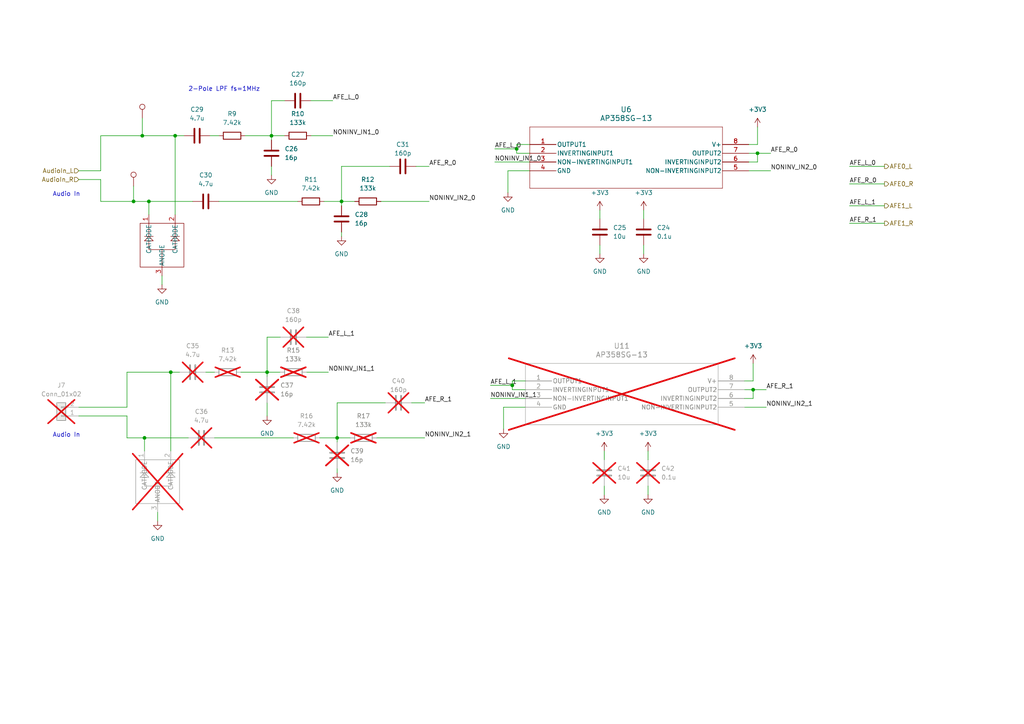
<source format=kicad_sch>
(kicad_sch (version 20230121) (generator eeschema)
  (paper "A4")
  (lib_symbols
    (symbol "Connector:TestPoint" (pin_numbers hide) (pin_names (offset 0.762) hide)
      (property "Reference" "TP" (at 0 6.858 0))
      (property "Value" "TestPoint" (at 0 5.08 0))
      (symbol "TestPoint_0_1"
        (circle (center 0 3.302) (radius 0.762))
      )
      (symbol "TestPoint_1_1"
        (pin passive line (at 0 0 90) (length 2.54) (name "1") (number "1"))
      )
    )
    (symbol "Connector_Generic:Conn_01x02" (pin_names (offset 1.016) hide)
      (property "Reference" "J" (at 0 2.54 0))
      (property "Value" "Conn_01x02" (at 0 -5.08 0))
      (symbol "Conn_01x02_1_1"
        (rectangle (start -1.27 -2.413) (end 0 -2.667) (stroke (width 0.1524)))
        (rectangle (start -1.27 0.127) (end 0 -0.127) (stroke (width 0.1524)))
        (rectangle (start -1.27 1.27) (end 1.27 -3.81) (stroke (width 0.254)) (fill (type background)))
        (pin passive line (at -5.08 0 0) (length 3.81) (name "Pin_1") (number "1"))
        (pin passive line (at -5.08 -2.54 0) (length 3.81) (name "Pin_2") (number "2"))
      )
    )
    (symbol "Device:C" (pin_numbers hide) (pin_names (offset 0.254))
      (property "Reference" "C" (at 0.635 2.54 0))
      (property "Value" "C" (at 0.635 -2.54 0))
      (symbol "C_0_1"
        (polyline (pts (xy -2.032 -0.762) (xy 2.032 -0.762)) (stroke (width 0.508)))
        (polyline (pts (xy -2.032 0.762) (xy 2.032 0.762)) (stroke (width 0.508)))
      )
      (symbol "C_1_1"
        (pin passive line (at 0 3.81 270) (length 2.794) (name "~") (number "1"))
        (pin passive line (at 0 -3.81 90) (length 2.794) (name "~") (number "2"))
      )
    )
    (symbol "Device:R" (pin_numbers hide) (pin_names (offset 0))
      (property "Reference" "R" (at 2.032 0 90))
      (property "Value" "R" (at 0 0 90))
      (symbol "R_0_1"
        (rectangle (start -1.016 -2.54) (end 1.016 2.54) (stroke (width 0.254)))
      )
      (symbol "R_1_1"
        (pin passive line (at 0 3.81 270) (length 1.27) (name "~") (number "1"))
        (pin passive line (at 0 -3.81 90) (length 1.27) (name "~") (number "2"))
      )
    )
    (symbol "TeenieWeenie:AP358SG-13" (pin_names (offset 0.254))
      (property "Reference" "U" (at 0 11.43 0))
      (property "Value" "AP358SG-13" (at 0 8.89 0))
      (symbol "AP358SG-13_0_1"
        (polyline (pts (xy -27.94 -11.43) (xy 27.94 -11.43)) (stroke (width 0.127)))
        (polyline (pts (xy -27.94 6.35) (xy -27.94 -11.43)) (stroke (width 0.127)))
        (polyline (pts (xy 27.94 -11.43) (xy 27.94 6.35)) (stroke (width 0.127)))
        (polyline (pts (xy 27.94 6.35) (xy -27.94 6.35)) (stroke (width 0.127)))
        (pin output line (at -27.94 1.27 0) (length 7.62) (name "OUTPUT1") (number "1"))
        (pin input line (at -27.94 -1.27 0) (length 7.62) (name "INVERTINGINPUT1") (number "2"))
        (pin input line (at -27.94 -3.81 0) (length 7.62) (name "NON-INVERTINGINPUT1") (number "3"))
        (pin power_in line (at -27.94 -6.35 0) (length 7.62) (name "GND") (number "4"))
        (pin input line (at 35.56 -6.35 180) (length 7.62) (name "NON-INVERTINGINPUT2") (number "5"))
        (pin input line (at 35.56 -3.81 180) (length 7.62) (name "INVERTINGINPUT2") (number "6"))
        (pin output line (at 35.56 -1.27 180) (length 7.62) (name "OUTPUT2") (number "7"))
        (pin power_in line (at 35.56 1.27 180) (length 7.62) (name "V+") (number "8"))
      )
    )
    (symbol "TeenieWeenie:SM05T1G" (pin_names (offset 0.254))
      (symbol "SM05T1G_0_1"
        (rectangle (start -6.35 7.62) (end 6.35 -5.08))
        (polyline (pts (xy -5.08 3.81) (xy -2.54 3.81)))
        (polyline (pts (xy -3.81 3.81) (xy -3.81 7.62)))
        (polyline (pts (xy 0 -5.08) (xy 0 -3.81)))
        (polyline (pts (xy 0 -3.81) (xy 0 0)))
        (polyline (pts (xy 2.54 3.81) (xy 5.08 3.81)))
        (polyline (pts (xy 3.81 3.81) (xy 3.81 7.62)))
        (polyline (pts (xy -3.81 2.54) (xy -3.81 0) (xy 0 0)))
        (polyline (pts (xy 3.81 2.54) (xy 3.81 0) (xy 0 0)))
        (polyline (pts (xy -5.08 2.54) (xy -2.54 2.54) (xy -3.81 3.81) (xy -5.08 2.54)))
        (polyline (pts (xy 2.54 2.54) (xy 5.08 2.54) (xy 3.81 3.81) (xy 2.54 2.54)))
      )
      (symbol "SM05T1G_1_1"
        (pin unspecified line (at -3.81 10.16 270) (length 2.54) (name "CATHODE") (number "1"))
        (pin unspecified line (at 3.81 10.16 270) (length 2.54) (name "CATHODE") (number "2"))
        (pin unspecified line (at 0 -7.62 90) (length 2.54) (name "ANODE") (number "3"))
      )
    )
    (symbol "power:+3V3" (power) (pin_names (offset 0))
      (property "Value" "+3V3" (at 0 3.556 0))
      (symbol "+3V3_0_1"
        (polyline (pts (xy -0.762 1.27) (xy 0 2.54)))
        (polyline (pts (xy 0 0) (xy 0 2.54)))
        (polyline (pts (xy 0 2.54) (xy 0.762 1.27)))
      )
      (symbol "+3V3_1_1"
        (pin power_in line (at 0 0 90) (length 0) hide (name "+3V3") (number "1"))
      )
    )
    (symbol "power:GND" (power) (pin_names (offset 0))
      (property "Value" "GND" (at 0 -3.81 0))
      (symbol "GND_0_1"
        (polyline (pts (xy 0 0) (xy 0 -1.27) (xy 1.27 -1.27) (xy 0 -2.54) (xy -1.27 -1.27) (xy 0 -1.27)))
      )
      (symbol "GND_1_1"
        (pin power_in line (at 0 0 270) (length 0) hide (name "GND") (number "1"))
      )
    )
  )
  (junction (at 78.74 39.37))
  (junction (at 218.44 113.03))
  (junction (at 49.53 107.95))
  (junction (at 149.86 43.18))
  (junction (at 77.47 107.95))
  (junction (at 97.79 127))
  (junction (at 43.18 58.42))
  (junction (at 99.06 58.42))
  (junction (at 50.8 39.37))
  (junction (at 38.735 58.42))
  (junction (at 148.59 111.76))
  (junction (at 41.91 127))
  (junction (at 41.275 39.37))
  (junction (at 219.71 44.45))
  (wire (pts (xy 246.38 59.69) (xy 256.54 59.69)))
  (wire (pts (xy 43.18 58.42) (xy 55.88 58.42)))
  (wire (pts (xy 29.21 58.42) (xy 38.735 58.42)))
  (wire (pts (xy 120.65 48.26) (xy 124.46 48.26)))
  (wire (pts (xy 99.06 58.42) (xy 99.06 59.69)))
  (wire (pts (xy 148.59 113.03) (xy 148.59 111.76)))
  (wire (pts (xy 246.38 48.26) (xy 256.54 48.26)))
  (wire (pts (xy 153.67 41.91) (xy 149.86 41.91)))
  (wire (pts (xy 110.49 58.42) (xy 124.46 58.42)))
  (wire (pts (xy 149.86 43.18) (xy 149.86 41.91)))
  (wire (pts (xy 146.05 118.11) (xy 152.4 118.11)))
  (wire (pts (xy 49.53 107.95) (xy 52.07 107.95)))
  (wire (pts (xy 217.17 49.53) (xy 223.52 49.53)))
  (wire (pts (xy 71.12 39.37) (xy 78.74 39.37)))
  (wire (pts (xy 43.18 58.42) (xy 43.18 62.23)))
  (wire (pts (xy 29.21 49.53) (xy 29.21 39.37)))
  (wire (pts (xy 97.79 127) (xy 97.79 128.27)))
  (wire (pts (xy 147.32 49.53) (xy 147.32 55.88)))
  (wire (pts (xy 217.17 46.99) (xy 219.71 46.99)))
  (wire (pts (xy 88.9 107.95) (xy 95.25 107.95)))
  (wire (pts (xy 90.17 39.37) (xy 96.52 39.37)))
  (wire (pts (xy 93.98 58.42) (xy 99.06 58.42)))
  (wire (pts (xy 22.86 118.11) (xy 36.83 118.11)))
  (wire (pts (xy 88.9 97.79) (xy 95.25 97.79)))
  (wire (pts (xy 219.71 41.91) (xy 217.17 41.91)))
  (wire (pts (xy 143.51 46.99) (xy 153.67 46.99)))
  (wire (pts (xy 146.05 118.11) (xy 146.05 124.46)))
  (wire (pts (xy 99.06 48.26) (xy 99.06 58.42)))
  (wire (pts (xy 62.23 127) (xy 85.09 127)))
  (wire (pts (xy 22.86 120.65) (xy 36.83 120.65)))
  (wire (pts (xy 63.5 58.42) (xy 86.36 58.42)))
  (wire (pts (xy 143.51 43.18) (xy 149.86 43.18)))
  (wire (pts (xy 218.44 113.03) (xy 222.25 113.03)))
  (wire (pts (xy 97.79 116.84) (xy 97.79 127)))
  (wire (pts (xy 50.8 39.37) (xy 50.8 62.23)))
  (wire (pts (xy 186.69 71.12) (xy 186.69 73.66)))
  (wire (pts (xy 142.24 115.57) (xy 152.4 115.57)))
  (wire (pts (xy 69.85 107.95) (xy 77.47 107.95)))
  (wire (pts (xy 59.69 107.95) (xy 62.23 107.95)))
  (wire (pts (xy 217.17 44.45) (xy 219.71 44.45)))
  (wire (pts (xy 142.24 111.76) (xy 148.59 111.76)))
  (wire (pts (xy 186.69 60.96) (xy 186.69 63.5)))
  (wire (pts (xy 111.76 116.84) (xy 97.79 116.84)))
  (wire (pts (xy 49.53 107.95) (xy 49.53 130.81)))
  (wire (pts (xy 41.91 127) (xy 54.61 127)))
  (wire (pts (xy 90.17 29.21) (xy 96.52 29.21)))
  (wire (pts (xy 187.96 140.97) (xy 187.96 143.51)))
  (wire (pts (xy 109.22 127) (xy 123.19 127)))
  (wire (pts (xy 218.44 115.57) (xy 218.44 113.03)))
  (wire (pts (xy 77.47 107.95) (xy 81.28 107.95)))
  (wire (pts (xy 99.06 67.31) (xy 99.06 68.58)))
  (wire (pts (xy 46.99 80.01) (xy 46.99 82.55)))
  (wire (pts (xy 29.21 39.37) (xy 41.275 39.37)))
  (wire (pts (xy 119.38 116.84) (xy 123.19 116.84)))
  (wire (pts (xy 97.79 127) (xy 101.6 127)))
  (wire (pts (xy 36.83 118.11) (xy 36.83 107.95)))
  (wire (pts (xy 78.74 39.37) (xy 78.74 40.64)))
  (wire (pts (xy 219.71 46.99) (xy 219.71 44.45)))
  (wire (pts (xy 78.74 39.37) (xy 82.55 39.37)))
  (wire (pts (xy 41.275 34.29) (xy 41.275 39.37)))
  (wire (pts (xy 77.47 116.84) (xy 77.47 120.65)))
  (wire (pts (xy 99.06 58.42) (xy 102.87 58.42)))
  (wire (pts (xy 45.72 148.59) (xy 45.72 151.13)))
  (wire (pts (xy 41.91 127) (xy 41.91 130.81)))
  (wire (pts (xy 78.74 29.21) (xy 78.74 39.37)))
  (wire (pts (xy 22.86 52.07) (xy 29.21 52.07)))
  (wire (pts (xy 36.83 107.95) (xy 49.53 107.95)))
  (wire (pts (xy 215.9 118.11) (xy 222.25 118.11)))
  (wire (pts (xy 173.99 71.12) (xy 173.99 73.66)))
  (wire (pts (xy 246.38 53.34) (xy 256.54 53.34)))
  (wire (pts (xy 77.47 97.79) (xy 77.47 107.95)))
  (wire (pts (xy 219.71 44.45) (xy 223.52 44.45)))
  (wire (pts (xy 215.9 113.03) (xy 218.44 113.03)))
  (wire (pts (xy 38.735 53.975) (xy 38.735 58.42)))
  (wire (pts (xy 218.44 105.41) (xy 218.44 110.49)))
  (wire (pts (xy 78.74 29.21) (xy 82.55 29.21)))
  (wire (pts (xy 153.67 44.45) (xy 149.86 44.45)))
  (wire (pts (xy 215.9 115.57) (xy 218.44 115.57)))
  (wire (pts (xy 147.32 49.53) (xy 153.67 49.53)))
  (wire (pts (xy 175.26 130.81) (xy 175.26 133.35)))
  (wire (pts (xy 77.47 107.95) (xy 77.47 109.22)))
  (wire (pts (xy 173.99 60.96) (xy 173.99 63.5)))
  (wire (pts (xy 29.21 52.07) (xy 29.21 58.42)))
  (wire (pts (xy 50.8 39.37) (xy 53.34 39.37)))
  (wire (pts (xy 38.735 58.42) (xy 43.18 58.42)))
  (wire (pts (xy 92.71 127) (xy 97.79 127)))
  (wire (pts (xy 218.44 110.49) (xy 215.9 110.49)))
  (wire (pts (xy 22.86 49.53) (xy 29.21 49.53)))
  (wire (pts (xy 219.71 36.83) (xy 219.71 41.91)))
  (wire (pts (xy 41.275 39.37) (xy 50.8 39.37)))
  (wire (pts (xy 148.59 111.76) (xy 148.59 110.49)))
  (wire (pts (xy 152.4 110.49) (xy 148.59 110.49)))
  (wire (pts (xy 36.83 120.65) (xy 36.83 127)))
  (wire (pts (xy 77.47 97.79) (xy 81.28 97.79)))
  (wire (pts (xy 187.96 130.81) (xy 187.96 133.35)))
  (wire (pts (xy 246.38 64.77) (xy 256.54 64.77)))
  (wire (pts (xy 175.26 140.97) (xy 175.26 143.51)))
  (wire (pts (xy 152.4 113.03) (xy 148.59 113.03)))
  (wire (pts (xy 60.96 39.37) (xy 63.5 39.37)))
  (wire (pts (xy 149.86 44.45) (xy 149.86 43.18)))
  (wire (pts (xy 78.74 48.26) (xy 78.74 50.8)))
  (wire (pts (xy 36.83 127) (xy 41.91 127)))
  (wire (pts (xy 113.03 48.26) (xy 99.06 48.26)))
  (wire (pts (xy 97.79 135.89) (xy 97.79 137.16)))
  (text "Audio In" (at 15.24 57.15 0) (effects (font (size 1.27 1.27)) (justify left bottom)))
  (text "Audio In" (at 15.24 127 0) (effects (font (size 1.27 1.27)) (justify left bottom)))
  (text "2-Pole LPF fs=1MHz" (at 54.61 26.67 0) (effects (font (size 1.27 1.27)) (justify left bottom)))
  (label "NONINV_IN2_1" (at 123.19 127 0))
  (label "AFE_L_1" (at 246.38 59.69 0))
  (label "NONINV_IN1_0" (at 96.52 39.37 0))
  (label "NONINV_IN1_1" (at 95.25 107.95 0))
  (label "AFE_L_0" (at 143.51 43.18 0))
  (label "AFE_L_0" (at 246.38 48.26 0))
  (label "NONINV_IN2_0" (at 223.52 49.53 0))
  (label "AFE_R_0" (at 223.52 44.45 0))
  (label "NONINV_IN1_0" (at 143.51 46.99 0))
  (label "AFE_R_0" (at 246.38 53.34 0))
  (label "AFE_R_0" (at 124.46 48.26 0))
  (label "NONINV_IN2_0" (at 124.46 58.42 0))
  (label "AFE_L_1" (at 142.24 111.76 0))
  (label "AFE_L_1" (at 95.25 97.79 0))
  (label "AFE_R_1" (at 222.25 113.03 0))
  (label "AFE_L_0" (at 96.52 29.21 0))
  (label "NONINV_IN2_1" (at 222.25 118.11 0))
  (label "NONINV_IN1_1" (at 142.24 115.57 0))
  (label "AFE_R_1" (at 246.38 64.77 0))
  (label "AFE_R_1" (at 123.19 116.84 0))
  (hierarchical_label "AudioIn_R" (shape input) (at 22.86 52.07 180))
  (hierarchical_label "AFE0_R" (shape output) (at 256.54 53.34 0))
  (hierarchical_label "AFE1_R" (shape output) (at 256.54 64.77 0))
  (hierarchical_label "AFE1_L" (shape output) (at 256.54 59.69 0))
  (hierarchical_label "AFE0_L" (shape output) (at 256.54 48.26 0))
  (hierarchical_label "AudioIn_L" (shape input) (at 22.86 49.53 180))
  (symbol (lib_id "Device:C") (at 58.42 127 90) (unit 1) (in_bom no) (dnp yes)
    (property "Reference" "C36" (at 58.42 119.38 90))
    (property "Value" "4.7u" (at 58.42 121.92 90))
    (property "Footprint" "Capacitor_SMD:C_0402_1005Metric" (effects hide))
  )
  (symbol (lib_id "power:GND") (at 147.32 55.88 0) (unit 1)
    (property "Reference" "#PWR058" (effects hide))
    (property "Value" "GND" (at 147.32 60.96 0))
    (instances (project "TeenieWeenie" (path "" (reference "#PWR058") (unit 1)) (path "" (reference "#PWR032") (unit 1))))
  )
  (symbol (lib_id "Device:C") (at 186.69 67.31 0) (unit 1)
    (property "Reference" "C24" (at 190.5 66.04 0) (effects (justify left)))
    (property "Value" "0.1u" (at 190.5 68.58 0) (effects (justify left)))
    (property "Footprint" "Capacitor_SMD:C_0402_1005Metric" (effects hide))
  )
  (symbol (lib_id "Device:R") (at 105.41 127 90) (unit 1) (in_bom no) (dnp yes)
    (property "Reference" "R17" (at 105.41 120.65 90))
    (property "Value" "133k" (at 105.41 123.19 90))
    (property "Footprint" "Resistor_SMD:R_0402_1005Metric" (effects hide))
  )
  (symbol (lib_id "power:+3V3") (at 173.99 60.96 0) (unit 1)
    (property "Reference" "#PWR035" (effects hide))
    (property "Value" "+3V3" (at 173.99 55.88 0))
  )
  (symbol (lib_id "Device:R") (at 88.9 127 90) (unit 1) (in_bom no) (dnp yes)
    (property "Reference" "R16" (at 88.9 120.65 90))
    (property "Value" "7.42k" (at 88.9 123.19 90))
    (property "Footprint" "Resistor_SMD:R_0402_1005Metric" (effects hide))
  )
  (symbol (lib_id "Device:C") (at 99.06 63.5 0) (unit 1)
    (property "Reference" "C28" (at 102.87 62.23 0) (effects (justify left)))
    (property "Value" "16p" (at 102.87 64.77 0) (effects (justify left)))
    (property "Footprint" "Capacitor_SMD:C_0402_1005Metric" (effects hide))
  )
  (symbol (lib_id "power:GND") (at 186.69 73.66 0) (unit 1)
    (property "Reference" "#PWR058" (effects hide))
    (property "Value" "GND" (at 186.69 78.74 0))
    (instances (project "TeenieWeenie" (path "" (reference "#PWR058") (unit 1)) (path "" (reference "#PWR039") (unit 1))))
  )
  (symbol (lib_id "Device:R") (at 86.36 39.37 90) (unit 1)
    (property "Reference" "R10" (at 86.36 33.02 90))
    (property "Value" "133k" (at 86.36 35.56 90))
    (property "Footprint" "Resistor_SMD:R_0402_1005Metric" (effects hide))
  )
  (symbol (lib_id "Device:C") (at 97.79 132.08 0) (unit 1) (in_bom no) (dnp yes)
    (property "Reference" "C39" (at 101.6 130.81 0) (effects (justify left)))
    (property "Value" "16p" (at 101.6 133.35 0) (effects (justify left)))
    (property "Footprint" "Capacitor_SMD:C_0402_1005Metric" (effects hide))
  )
  (symbol (lib_id "Device:R") (at 85.09 107.95 90) (unit 1) (in_bom no) (dnp yes)
    (property "Reference" "R15" (at 85.09 101.6 90))
    (property "Value" "133k" (at 85.09 104.14 90))
    (property "Footprint" "Resistor_SMD:R_0402_1005Metric" (effects hide))
  )
  (symbol (lib_id "power:GND") (at 146.05 124.46 0) (unit 1)
    (property "Reference" "#PWR058" (effects hide))
    (property "Value" "GND" (at 146.05 129.54 0))
    (instances (project "TeenieWeenie" (path "" (reference "#PWR058") (unit 1)) (path "" (reference "#PWR051") (unit 1))))
  )
  (symbol (lib_id "power:GND") (at 175.26 143.51 0) (unit 1)
    (property "Reference" "#PWR058" (effects hide))
    (property "Value" "GND" (at 175.26 148.59 0))
    (instances (project "TeenieWeenie" (path "" (reference "#PWR058") (unit 1)) (path "" (reference "#PWR053") (unit 1))))
  )
  (symbol (lib_id "Device:R") (at 106.68 58.42 90) (unit 1)
    (property "Reference" "R12" (at 106.68 52.07 90))
    (property "Value" "133k" (at 106.68 54.61 90))
    (property "Footprint" "Resistor_SMD:R_0402_1005Metric" (effects hide))
  )
  (symbol (lib_id "Device:C") (at 115.57 116.84 90) (unit 1) (in_bom no) (dnp yes)
    (property "Reference" "C40" (at 115.57 110.49 90))
    (property "Value" "160p" (at 115.57 113.03 90))
    (property "Footprint" "Capacitor_SMD:C_0402_1005Metric" (effects hide))
  )
  (symbol (lib_id "power:GND") (at 187.96 143.51 0) (unit 1)
    (property "Reference" "#PWR058" (effects hide))
    (property "Value" "GND" (at 187.96 148.59 0))
    (instances (project "TeenieWeenie" (path "" (reference "#PWR058") (unit 1)) (path "" (reference "#PWR055") (unit 1))))
  )
  (symbol (lib_id "power:GND") (at 46.99 82.55 0) (unit 1)
    (property "Reference" "#PWR058" (effects hide))
    (property "Value" "GND" (at 46.99 87.63 0))
    (instances (project "TeenieWeenie" (path "" (reference "#PWR058") (unit 1)) (path "" (reference "#PWR034") (unit 1))))
  )
  (symbol (lib_id "power:GND") (at 77.47 120.65 0) (unit 1)
    (property "Reference" "#PWR058" (effects hide))
    (property "Value" "GND" (at 77.47 125.73 0))
    (instances (project "TeenieWeenie" (path "" (reference "#PWR058") (unit 1)) (path "" (reference "#PWR049") (unit 1))))
  )
  (symbol (lib_id "Connector_Generic:Conn_01x02") (at 17.78 120.65 180) (unit 1) (in_bom no) (dnp yes)
    (property "Reference" "J7" (at 17.78 111.76 0))
    (property "Value" "Conn_01x02" (at 17.78 114.3 0))
    (property "Footprint" "Connector_PinHeader_1.00mm:PinHeader_1x02_P1.00mm_Horizontal" (effects hide))
  )
  (symbol (lib_id "Device:C") (at 175.26 137.16 0) (unit 1) (in_bom no) (dnp yes)
    (property "Reference" "C41" (at 179.07 135.89 0) (effects (justify left)))
    (property "Value" "10u" (at 179.07 138.43 0) (effects (justify left)))
    (property "Footprint" "Capacitor_SMD:C_0402_1005Metric" (effects hide))
  )
  (symbol (lib_id "Device:R") (at 66.04 107.95 90) (unit 1) (in_bom no) (dnp yes)
    (property "Reference" "R13" (at 66.04 101.6 90))
    (property "Value" "7.42k" (at 66.04 104.14 90))
    (property "Footprint" "Resistor_SMD:R_0402_1005Metric" (effects hide))
  )
  (symbol (lib_id "Device:C") (at 173.99 67.31 0) (unit 1)
    (property "Reference" "C25" (at 177.8 66.04 0) (effects (justify left)))
    (property "Value" "10u" (at 177.8 68.58 0) (effects (justify left)))
    (property "Footprint" "Capacitor_SMD:C_0402_1005Metric" (effects hide))
  )
  (symbol (lib_id "Device:C") (at 55.88 107.95 90) (unit 1) (in_bom no) (dnp yes)
    (property "Reference" "C35" (at 55.88 100.33 90))
    (property "Value" "4.7u" (at 55.88 102.87 90))
    (property "Footprint" "Capacitor_SMD:C_0402_1005Metric" (effects hide))
  )
  (symbol (lib_id "Device:C") (at 77.47 113.03 0) (unit 1) (in_bom no) (dnp yes)
    (property "Reference" "C37" (at 81.28 111.76 0) (effects (justify left)))
    (property "Value" "16p" (at 81.28 114.3 0) (effects (justify left)))
    (property "Footprint" "Capacitor_SMD:C_0402_1005Metric" (effects hide))
  )
  (symbol (lib_id "Connector:TestPoint") (at 38.735 53.975 0) (unit 1)
    (property "Reference" "TP1" (effects hide))
    (property "Value" "TestPoint" (effects hide))
    (property "Footprint" "TestPoint:TestPoint_Pad_1.5x1.5mm" (effects hide))
    (instances (project "TeenieWeenie" (path "" (reference "TP1") (unit 1)) (path "" (reference "TP13") (unit 1)) (path "" (reference "TP20") (unit 1))))
  )
  (symbol (lib_id "power:+3V3") (at 218.44 105.41 0) (unit 1)
    (property "Reference" "#PWR056" (effects hide))
    (property "Value" "+3V3" (at 218.44 100.33 0))
  )
  (symbol (lib_id "power:+3V3") (at 187.96 130.81 0) (unit 1)
    (property "Reference" "#PWR054" (effects hide))
    (property "Value" "+3V3" (at 187.96 125.73 0))
  )
  (symbol (lib_id "power:GND") (at 45.72 151.13 0) (unit 1)
    (property "Reference" "#PWR058" (effects hide))
    (property "Value" "GND" (at 45.72 156.21 0))
    (instances (project "TeenieWeenie" (path "" (reference "#PWR058") (unit 1)) (path "" (reference "#PWR048") (unit 1))))
  )
  (symbol (lib_id "power:GND") (at 78.74 50.8 0) (unit 1)
    (property "Reference" "#PWR058" (effects hide))
    (property "Value" "GND" (at 78.74 55.88 0))
    (instances (project "TeenieWeenie" (path "" (reference "#PWR058") (unit 1)) (path "" (reference "#PWR037") (unit 1))))
  )
  (symbol (lib_id "Device:C") (at 59.69 58.42 90) (unit 1)
    (property "Reference" "C30" (at 59.69 50.8 90))
    (property "Value" "4.7u" (at 59.69 53.34 90))
    (property "Footprint" "Capacitor_SMD:C_0402_1005Metric" (effects hide))
  )
  (symbol (lib_id "Device:R") (at 67.31 39.37 90) (unit 1)
    (property "Reference" "R9" (at 67.31 33.02 90))
    (property "Value" "7.42k" (at 67.31 35.56 90))
    (property "Footprint" "Resistor_SMD:R_0402_1005Metric" (effects hide))
  )
  (symbol (lib_id "Device:C") (at 86.36 29.21 90) (unit 1)
    (property "Reference" "C27" (at 86.36 21.59 90))
    (property "Value" "160p" (at 86.36 24.13 90))
    (property "Footprint" "Capacitor_SMD:C_0402_1005Metric" (effects hide))
  )
  (symbol (lib_id "power:GND") (at 97.79 137.16 0) (unit 1)
    (property "Reference" "#PWR058" (effects hide))
    (property "Value" "GND" (at 97.79 142.24 0))
    (instances (project "TeenieWeenie" (path "" (reference "#PWR058") (unit 1)) (path "" (reference "#PWR050") (unit 1))))
  )
  (symbol (lib_id "Device:C") (at 78.74 44.45 0) (unit 1)
    (property "Reference" "C26" (at 82.55 43.18 0) (effects (justify left)))
    (property "Value" "16p" (at 82.55 45.72 0) (effects (justify left)))
    (property "Footprint" "Capacitor_SMD:C_0402_1005Metric" (effects hide))
  )
  (symbol (lib_id "power:GND") (at 99.06 68.58 0) (unit 1)
    (property "Reference" "#PWR058" (effects hide))
    (property "Value" "GND" (at 99.06 73.66 0))
    (instances (project "TeenieWeenie" (path "" (reference "#PWR058") (unit 1)) (path "" (reference "#PWR036") (unit 1))))
  )
  (symbol (lib_id "Device:R") (at 90.17 58.42 90) (unit 1)
    (property "Reference" "R11" (at 90.17 52.07 90))
    (property "Value" "7.42k" (at 90.17 54.61 90))
    (property "Footprint" "Resistor_SMD:R_0402_1005Metric" (effects hide))
  )
  (symbol (lib_id "Device:C") (at 57.15 39.37 90) (unit 1)
    (property "Reference" "C29" (at 57.15 31.75 90))
    (property "Value" "4.7u" (at 57.15 34.29 90))
    (property "Footprint" "Capacitor_SMD:C_0402_1005Metric" (effects hide))
  )
  (symbol (lib_id "Device:C") (at 85.09 97.79 90) (unit 1) (in_bom no) (dnp yes)
    (property "Reference" "C38" (at 85.09 90.17 90))
    (property "Value" "160p" (at 85.09 92.71 90))
    (property "Footprint" "Capacitor_SMD:C_0402_1005Metric" (effects hide))
  )
  (symbol (lib_id "TeenieWeenie:SM05T1G") (at 45.72 140.97 0) (unit 1) (in_bom no) (dnp yes)
    (property "Reference" "U10" (effects hide))
    (property "Value" "SM05T1G" (effects hide))
    (property "Footprint" "TeenieWeenieLibrary:SOT-23_ONS" (effects hide))
    (property "Datasheet" "SM05T1G" (effects hide))
  )
  (symbol (lib_id "Device:C") (at 187.96 137.16 0) (unit 1) (in_bom no) (dnp yes)
    (property "Reference" "C42" (at 191.77 135.89 0) (effects (justify left)))
    (property "Value" "0.1u" (at 191.77 138.43 0) (effects (justify left)))
    (property "Footprint" "Capacitor_SMD:C_0402_1005Metric" (effects hide))
  )
  (symbol (lib_id "power:+3V3") (at 186.69 60.96 0) (unit 1)
    (property "Reference" "#PWR033" (effects hide))
    (property "Value" "+3V3" (at 186.69 55.88 0))
  )
  (symbol (lib_id "TeenieWeenie:AP358SG-13") (at 181.61 43.18 0) (unit 1)
    (property "Reference" "U6" (at 181.61 31.75 0) (effects (font (size 1.524 1.524))))
    (property "Value" "AP358SG-13" (at 181.61 34.29 0) (effects (font (size 1.524 1.524))))
    (property "Footprint" "TeenieWeenieLibrary:SOP-8L_DIO" (effects hide))
    (property "Datasheet" "AP358SG-13" (effects hide))
  )
  (symbol (lib_id "TeenieWeenie:AP358SG-13") (at 180.34 111.76 0) (unit 1) (in_bom no) (dnp yes)
    (property "Reference" "U11" (at 180.34 100.33 0) (effects (font (size 1.524 1.524))))
    (property "Value" "AP358SG-13" (at 180.34 102.87 0) (effects (font (size 1.524 1.524))))
    (property "Footprint" "TeenieWeenieLibrary:SOP-8L_DIO" (effects hide))
    (property "Datasheet" "AP358SG-13" (effects hide))
  )
  (symbol (lib_id "power:GND") (at 173.99 73.66 0) (unit 1)
    (property "Reference" "#PWR058" (effects hide))
    (property "Value" "GND" (at 173.99 78.74 0))
    (instances (project "TeenieWeenie" (path "" (reference "#PWR058") (unit 1)) (path "" (reference "#PWR038") (unit 1))))
  )
  (symbol (lib_id "Device:C") (at 116.84 48.26 90) (unit 1)
    (property "Reference" "C31" (at 116.84 41.91 90))
    (property "Value" "160p" (at 116.84 44.45 90))
    (property "Footprint" "Capacitor_SMD:C_0402_1005Metric" (effects hide))
  )
  (symbol (lib_id "power:+3V3") (at 219.71 36.83 0) (unit 1)
    (property "Reference" "#PWR031" (effects hide))
    (property "Value" "+3V3" (at 219.71 31.75 0))
  )
  (symbol (lib_id "power:+3V3") (at 175.26 130.81 0) (unit 1)
    (property "Reference" "#PWR052" (effects hide))
    (property "Value" "+3V3" (at 175.26 125.73 0))
  )
  (symbol (lib_id "Connector:TestPoint") (at 41.275 34.29 0) (unit 1)
    (property "Reference" "TP1" (effects hide))
    (property "Value" "TestPoint" (effects hide))
    (property "Footprint" "TestPoint:TestPoint_Pad_1.5x1.5mm" (effects hide))
    (instances (project "TeenieWeenie" (path "" (reference "TP1") (unit 1)) (path "" (reference "TP13") (unit 1)) (path "" (reference "TP19") (unit 1))))
  )
  (symbol (lib_id "TeenieWeenie:SM05T1G") (at 46.99 72.39 0) (unit 1)
    (property "Reference" "U7" (effects hide))
    (property "Value" "SM05T1G" (effects hide))
    (property "Footprint" "TeenieWeenieLibrary:SOT-23_ONS" (effects hide))
    (property "Datasheet" "SM05T1G" (effects hide))
  )
)
</source>
